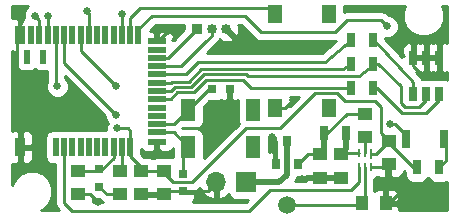
<source format=gtl>
%TF.GenerationSoftware,KiCad,Pcbnew,no-vcs-found-8182369~60~ubuntu16.04.1*%
%TF.CreationDate,2017-09-13T17:00:57+05:30*%
%TF.ProjectId,snap_rev1,736E61705F726576312E6B696361645F,rev?*%
%TF.SameCoordinates,Original*%
%TF.FileFunction,Copper,L1,Top,Signal*%
%TF.FilePolarity,Positive*%
%FSLAX46Y46*%
G04 Gerber Fmt 4.6, Leading zero omitted, Abs format (unit mm)*
G04 Created by KiCad (PCBNEW no-vcs-found-8182369~60~ubuntu16.04.1) date Wed Sep 13 17:00:57 2017*
%MOMM*%
%LPD*%
G01*
G04 APERTURE LIST*
%TA.AperFunction,SMDPad,CuDef*%
%ADD10R,0.750000X1.600000*%
%TD*%
%TA.AperFunction,SMDPad,CuDef*%
%ADD11R,0.280000X0.850000*%
%TD*%
%TA.AperFunction,SMDPad,CuDef*%
%ADD12R,0.280000X0.750000*%
%TD*%
%TA.AperFunction,SMDPad,CuDef*%
%ADD13R,1.250000X1.000000*%
%TD*%
%TA.AperFunction,SMDPad,CuDef*%
%ADD14R,0.700000X1.300000*%
%TD*%
%TA.AperFunction,BGAPad,CuDef*%
%ADD15C,1.500000*%
%TD*%
%TA.AperFunction,ComponentPad*%
%ADD16R,0.850000X0.850000*%
%TD*%
%TA.AperFunction,ComponentPad*%
%ADD17C,0.850000*%
%TD*%
%TA.AperFunction,SMDPad,CuDef*%
%ADD18R,0.800000X0.900000*%
%TD*%
%TA.AperFunction,SMDPad,CuDef*%
%ADD19R,1.300000X1.550000*%
%TD*%
%TA.AperFunction,SMDPad,CuDef*%
%ADD20R,0.500000X1.200000*%
%TD*%
%TA.AperFunction,SMDPad,CuDef*%
%ADD21R,0.900000X1.600000*%
%TD*%
%TA.AperFunction,SMDPad,CuDef*%
%ADD22R,0.500000X1.600000*%
%TD*%
%TA.AperFunction,SMDPad,CuDef*%
%ADD23R,1.600000X0.500000*%
%TD*%
%TA.AperFunction,SMDPad,CuDef*%
%ADD24R,1.300000X1.900000*%
%TD*%
%TA.AperFunction,SMDPad,CuDef*%
%ADD25R,1.000000X1.250000*%
%TD*%
%TA.AperFunction,ComponentPad*%
%ADD26R,1.700000X1.700000*%
%TD*%
%TA.AperFunction,ComponentPad*%
%ADD27O,1.700000X1.700000*%
%TD*%
%TA.AperFunction,SMDPad,CuDef*%
%ADD28R,0.750000X0.800000*%
%TD*%
%TA.AperFunction,SMDPad,CuDef*%
%ADD29R,0.800000X0.750000*%
%TD*%
%TA.AperFunction,ViaPad*%
%ADD30C,0.660400*%
%TD*%
%TA.AperFunction,Conductor*%
%ADD31C,0.250000*%
%TD*%
%TA.AperFunction,Conductor*%
%ADD32C,0.500000*%
%TD*%
%TA.AperFunction,Conductor*%
%ADD33C,0.254000*%
%TD*%
G04 APERTURE END LIST*
D10*
%TO.P,D2,1*%
%TO.N,Net-(D2-Pad1)*%
X79401000Y-59055000D03*
%TO.P,D2,2*%
%TO.N,Net-(D2-Pad2)*%
X82651000Y-59055000D03*
%TD*%
D11*
%TO.P,U1,1*%
%TO.N,VDD*%
X76446000Y-60308000D03*
D12*
%TO.P,U1,2*%
%TO.N,Net-(L3-Pad2)*%
X75946000Y-60258000D03*
%TO.P,U1,3*%
%TO.N,Net-(C3-Pad1)*%
X75446000Y-60258000D03*
%TO.P,U1,4*%
%TO.N,/REG_MODE*%
X75446000Y-61408000D03*
%TO.P,U1,5*%
%TO.N,/VSUB*%
X75946000Y-61408000D03*
%TO.P,U1,6*%
%TO.N,GND*%
X76446000Y-61408000D03*
%TD*%
D13*
%TO.P,C1,1*%
%TO.N,/DEC4*%
X51689000Y-61738000D03*
%TO.P,C1,2*%
%TO.N,GND*%
X51689000Y-63738000D03*
%TD*%
%TO.P,C2,1*%
%TO.N,Net-(C2-Pad1)*%
X72136000Y-60341000D03*
%TO.P,C2,2*%
%TO.N,GND*%
X72136000Y-62341000D03*
%TD*%
%TO.P,C3,2*%
%TO.N,GND*%
X73914000Y-62341000D03*
%TO.P,C3,1*%
%TO.N,Net-(C3-Pad1)*%
X73914000Y-60341000D03*
%TD*%
%TO.P,C4,1*%
%TO.N,VDD*%
X57023000Y-61738000D03*
%TO.P,C4,2*%
%TO.N,GND*%
X57023000Y-63738000D03*
%TD*%
%TO.P,C6,2*%
%TO.N,GND*%
X58928000Y-63738000D03*
%TO.P,C6,1*%
%TO.N,VDD*%
X58928000Y-61738000D03*
%TD*%
%TO.P,C8,1*%
%TO.N,VDD*%
X77978000Y-59198000D03*
%TO.P,C8,2*%
%TO.N,GND*%
X77978000Y-61198000D03*
%TD*%
D14*
%TO.P,D1,1*%
%TO.N,GND*%
X82253000Y-52171000D03*
%TO.P,D1,2*%
X81153000Y-52171000D03*
%TO.P,D1,3*%
X80053000Y-52171000D03*
%TO.P,D1,4*%
%TO.N,Net-(D1-Pad4)*%
X80053000Y-55271000D03*
%TO.P,D1,5*%
%TO.N,/LED_SENSE*%
X81153000Y-55271000D03*
%TO.P,D1,6*%
%TO.N,Net-(D1-Pad6)*%
X82253000Y-55271000D03*
%TD*%
D15*
%TO.P,J1,1*%
%TO.N,/VSUB*%
X69342000Y-64643000D03*
%TD*%
D16*
%TO.P,J2,1*%
%TO.N,/FOCUS*%
X61722000Y-49784000D03*
D17*
%TO.P,J2,2*%
%TO.N,/TRIGGER*%
X62972000Y-49784000D03*
%TO.P,J2,3*%
%TO.N,GND*%
X64222000Y-49784000D03*
%TD*%
D13*
%TO.P,L2,1*%
%TO.N,Net-(L1-Pad2)*%
X55245000Y-63738000D03*
%TO.P,L2,2*%
%TO.N,/DCC*%
X55245000Y-61738000D03*
%TD*%
%TO.P,L3,2*%
%TO.N,Net-(L3-Pad2)*%
X75946000Y-58912000D03*
%TO.P,L3,1*%
%TO.N,Net-(C2-Pad1)*%
X75946000Y-56912000D03*
%TD*%
D18*
%TO.P,Q1,2*%
%TO.N,GND*%
X68392000Y-61198000D03*
%TO.P,Q1,3*%
%TO.N,Net-(C2-Pad1)*%
X70292000Y-61198000D03*
%TO.P,Q1,1*%
%TO.N,/VBAT*%
X69342000Y-59198000D03*
%TD*%
D14*
%TO.P,R1,1*%
%TO.N,Net-(C2-Pad1)*%
X72456000Y-58547000D03*
%TO.P,R1,2*%
%TO.N,Net-(C3-Pad1)*%
X74356000Y-58547000D03*
%TD*%
%TO.P,R2,1*%
%TO.N,/LED_RED*%
X74742000Y-54737000D03*
%TO.P,R2,2*%
%TO.N,Net-(D1-Pad6)*%
X76642000Y-54737000D03*
%TD*%
%TO.P,R3,2*%
%TO.N,/LED_SENSE*%
X76642000Y-52705000D03*
%TO.P,R3,1*%
%TO.N,/LED_GREEN*%
X74742000Y-52705000D03*
%TD*%
%TO.P,R4,1*%
%TO.N,/LED_BLUE*%
X74742000Y-50673000D03*
%TO.P,R4,2*%
%TO.N,Net-(D1-Pad4)*%
X76642000Y-50673000D03*
%TD*%
%TO.P,R5,2*%
%TO.N,Net-(D2-Pad2)*%
X82230000Y-61468000D03*
%TO.P,R5,1*%
%TO.N,VDD*%
X80330000Y-61468000D03*
%TD*%
D19*
%TO.P,SW1,4*%
%TO.N,Net-(SW1-Pad4)*%
X72862000Y-48476000D03*
%TO.P,SW1,2*%
%TO.N,/BUTTON*%
X68362000Y-48476000D03*
%TO.P,SW1,3*%
%TO.N,Net-(SW1-Pad3)*%
X72862000Y-56426000D03*
%TO.P,SW1,1*%
%TO.N,GND*%
X68362000Y-56426000D03*
%TD*%
D20*
%TO.P,U2,41*%
%TO.N,Net-(U2-Pad41)*%
X48720000Y-52100000D03*
%TO.P,U2,40*%
%TO.N,Net-(U2-Pad40)*%
X47320000Y-52100000D03*
D21*
%TO.P,U2,39*%
%TO.N,GND*%
X46770000Y-50250000D03*
D22*
%TO.P,U2,38*%
%TO.N,Net-(U2-Pad38)*%
X47670000Y-50250000D03*
%TO.P,U2,37*%
%TO.N,/SWDIO*%
X48370000Y-50250000D03*
%TO.P,U2,36*%
%TO.N,/SWDCLK*%
X49070000Y-50250000D03*
%TO.P,U2,35*%
%TO.N,/RESET*%
X49770000Y-50250000D03*
%TO.P,U2,34*%
%TO.N,/GPIO2*%
X50470000Y-50250000D03*
%TO.P,U2,33*%
%TO.N,Net-(U2-Pad33)*%
X51170000Y-50250000D03*
%TO.P,U2,32*%
%TO.N,/GPIO1*%
X51870000Y-50250000D03*
%TO.P,U2,31*%
%TO.N,/TX*%
X52570000Y-50250000D03*
%TO.P,U2,30*%
%TO.N,Net-(U2-Pad30)*%
X53270000Y-50250000D03*
%TO.P,U2,29*%
%TO.N,Net-(U2-Pad29)*%
X53970000Y-50250000D03*
%TO.P,U2,28*%
%TO.N,Net-(U2-Pad28)*%
X54670000Y-50250000D03*
%TO.P,U2,27*%
%TO.N,/RX*%
X55370000Y-50250000D03*
%TO.P,U2,26*%
%TO.N,/BUTTON*%
X56070000Y-50250000D03*
%TO.P,U2,25*%
%TO.N,Net-(D2-Pad1)*%
X56770000Y-50250000D03*
D23*
%TO.P,U2,24*%
%TO.N,GND*%
X58320000Y-50800000D03*
%TO.P,U2,23*%
%TO.N,Net-(U2-Pad23)*%
X58320000Y-51500000D03*
%TO.P,U2,22*%
%TO.N,/FOCUS*%
X58320000Y-52200000D03*
%TO.P,U2,21*%
%TO.N,/TRIGGER*%
X58320000Y-52900000D03*
%TO.P,U2,20*%
%TO.N,/LED_BLUE*%
X58320000Y-53600000D03*
%TO.P,U2,19*%
%TO.N,/LED_GREEN*%
X58320000Y-54300000D03*
%TO.P,U2,18*%
%TO.N,/LED_SENSE*%
X58320000Y-55000000D03*
%TO.P,U2,17*%
%TO.N,/LED_RED*%
X58320000Y-55700000D03*
%TO.P,U2,16*%
%TO.N,Net-(U2-Pad16)*%
X58320000Y-56400000D03*
%TO.P,U2,15*%
%TO.N,Net-(U2-Pad15)*%
X58320000Y-57100000D03*
%TO.P,U2,14*%
%TO.N,/LFCLK_XL2*%
X58320000Y-57800000D03*
%TO.P,U2,13*%
%TO.N,/LFCLK_XL1*%
X58320000Y-58500000D03*
D22*
%TO.P,U2,11*%
%TO.N,VDD*%
X56070000Y-59750000D03*
%TO.P,U2,10*%
%TO.N,/DCC*%
X55370000Y-59750000D03*
%TO.P,U2,9*%
%TO.N,/DEC4*%
X54670000Y-59750000D03*
%TO.P,U2,8*%
%TO.N,Net-(U2-Pad8)*%
X53970000Y-59750000D03*
%TO.P,U2,7*%
%TO.N,Net-(U2-Pad7)*%
X53270000Y-59750000D03*
%TO.P,U2,6*%
%TO.N,Net-(U2-Pad6)*%
X52570000Y-59750000D03*
%TO.P,U2,5*%
%TO.N,Net-(U2-Pad5)*%
X51870000Y-59750000D03*
%TO.P,U2,4*%
%TO.N,Net-(U2-Pad4)*%
X51170000Y-59750000D03*
%TO.P,U2,3*%
%TO.N,/REG_MODE*%
X50470000Y-59750000D03*
D21*
%TO.P,U2,1*%
%TO.N,GND*%
X46770000Y-59750000D03*
D22*
%TO.P,U2,2*%
%TO.N,Net-(U2-Pad2)*%
X49770000Y-59750000D03*
D23*
%TO.P,U2,12*%
%TO.N,GND*%
X58320000Y-59300000D03*
%TD*%
D24*
%TO.P,X1,2*%
%TO.N,/LFCLK_XL2*%
X61004000Y-56566000D03*
%TO.P,X1,1*%
%TO.N,/LFCLK_XL1*%
X61004000Y-59766000D03*
%TO.P,X1,3*%
%TO.N,Net-(X1-Pad3)*%
X66504000Y-59766000D03*
%TO.P,X1,*%
%TO.N,*%
X66504000Y-56566000D03*
%TD*%
D25*
%TO.P,C9,1*%
%TO.N,/VSUB*%
X75708000Y-64516000D03*
%TO.P,C9,2*%
%TO.N,GND*%
X77708000Y-64516000D03*
%TD*%
D26*
%TO.P,BT1,1*%
%TO.N,/VBAT*%
X65913000Y-62738000D03*
D27*
%TO.P,BT1,2*%
%TO.N,GND*%
X63373000Y-62738000D03*
%TD*%
D28*
%TO.P,C5,1*%
%TO.N,/LFCLK_XL1*%
X60579000Y-61988000D03*
%TO.P,C5,2*%
%TO.N,GND*%
X60579000Y-63488000D03*
%TD*%
D29*
%TO.P,C7,2*%
%TO.N,GND*%
X64504000Y-54864000D03*
%TO.P,C7,1*%
%TO.N,/LFCLK_XL2*%
X63004000Y-54864000D03*
%TD*%
D28*
%TO.P,L1,2*%
%TO.N,Net-(L1-Pad2)*%
X53467000Y-63107000D03*
%TO.P,L1,1*%
%TO.N,/DEC4*%
X53467000Y-61607000D03*
%TD*%
D30*
%TO.N,GND*%
X59309000Y-49911000D03*
X80899000Y-53721000D03*
X79375000Y-63119000D03*
X70612000Y-62484000D03*
X64516000Y-56515000D03*
X69850000Y-55753000D03*
X68072000Y-58928000D03*
X53340000Y-64389000D03*
X58928000Y-60452000D03*
X46736000Y-48641000D03*
X46863000Y-61341000D03*
%TO.N,VDD*%
X54991000Y-58166000D03*
%TO.N,/SWDCLK*%
X49149000Y-48641000D03*
%TO.N,Net-(D2-Pad1)*%
X78105000Y-57785000D03*
X77851000Y-49530000D03*
%TO.N,/TX*%
X52451000Y-48260000D03*
%TO.N,/RX*%
X55372000Y-48514000D03*
%TO.N,/SWDIO*%
X48006000Y-48641000D03*
%TO.N,/RESET*%
X49911000Y-54610000D03*
%TO.N,/GPIO1*%
X54864000Y-54610000D03*
%TO.N,/GPIO2*%
X54864000Y-57023000D03*
%TD*%
D31*
%TO.N,GND*%
X58420000Y-50800000D02*
X59309000Y-49911000D01*
X80053000Y-52171000D02*
X80053000Y-52875000D01*
X80053000Y-52875000D02*
X80899000Y-53721000D01*
X79375000Y-63119000D02*
X77978000Y-64516000D01*
X77978000Y-64516000D02*
X77708000Y-64516000D01*
X80053000Y-52171000D02*
X81153000Y-52171000D01*
X81153000Y-52171000D02*
X82253000Y-52171000D01*
X77708000Y-64516000D02*
X77708000Y-61468000D01*
X77708000Y-61468000D02*
X77978000Y-61198000D01*
X76446000Y-61408000D02*
X77768000Y-61408000D01*
X77768000Y-61408000D02*
X77978000Y-61198000D01*
X71993000Y-62484000D02*
X70612000Y-62484000D01*
X73914000Y-62341000D02*
X72136000Y-62341000D01*
X72136000Y-62341000D02*
X71993000Y-62484000D01*
X64504000Y-56503000D02*
X64516000Y-56515000D01*
X64504000Y-54864000D02*
X64504000Y-56503000D01*
X69177000Y-56426000D02*
X68362000Y-56426000D01*
X69177000Y-56426000D02*
X69850000Y-55753000D01*
X68392000Y-61198000D02*
X68392000Y-59248000D01*
X68392000Y-59248000D02*
X68072000Y-58928000D01*
X52689000Y-63738000D02*
X53340000Y-64389000D01*
X51689000Y-63738000D02*
X52689000Y-63738000D01*
X58320000Y-59300000D02*
X58320000Y-59844000D01*
X58320000Y-59844000D02*
X58928000Y-60452000D01*
X46770000Y-59750000D02*
X46770000Y-54009000D01*
X46482000Y-53721000D02*
X46482000Y-50538000D01*
X46770000Y-54009000D02*
X46482000Y-53721000D01*
X46482000Y-50538000D02*
X46770000Y-50250000D01*
X60579000Y-63488000D02*
X62623000Y-63488000D01*
X62623000Y-63488000D02*
X63373000Y-62738000D01*
X57023000Y-63738000D02*
X58928000Y-63738000D01*
X58928000Y-63738000D02*
X59178000Y-63488000D01*
X59178000Y-63488000D02*
X60579000Y-63488000D01*
X46770000Y-50250000D02*
X46770000Y-48675000D01*
X46770000Y-48675000D02*
X46736000Y-48641000D01*
X58320000Y-50800000D02*
X58420000Y-50800000D01*
X46770000Y-59750000D02*
X46770000Y-61248000D01*
X46770000Y-61248000D02*
X46863000Y-61341000D01*
%TO.N,/DEC4*%
X51689000Y-61738000D02*
X53336000Y-61738000D01*
X53336000Y-61738000D02*
X53467000Y-61607000D01*
X54670000Y-59750000D02*
X54670000Y-60646000D01*
X54670000Y-60646000D02*
X53709000Y-61607000D01*
X53709000Y-61607000D02*
X53467000Y-61607000D01*
X53578000Y-61738000D02*
X53467000Y-61738000D01*
%TO.N,Net-(C2-Pad1)*%
X72136000Y-60341000D02*
X71149000Y-60341000D01*
X71149000Y-60341000D02*
X70292000Y-61198000D01*
X75946000Y-56912000D02*
X74406000Y-56912000D01*
X74406000Y-56912000D02*
X72771000Y-58547000D01*
X72771000Y-58547000D02*
X72456000Y-58547000D01*
D32*
X72456000Y-58547000D02*
X72456000Y-60021000D01*
X72456000Y-60021000D02*
X72136000Y-60341000D01*
X72041000Y-60436000D02*
X72136000Y-60341000D01*
D31*
%TO.N,Net-(C3-Pad1)*%
X75446000Y-60258000D02*
X73997000Y-60258000D01*
X73997000Y-60258000D02*
X73914000Y-60341000D01*
D32*
X74356000Y-58547000D02*
X74356000Y-59899000D01*
X74356000Y-59899000D02*
X73914000Y-60341000D01*
D31*
%TO.N,VDD*%
X80330000Y-61468000D02*
X80010000Y-61468000D01*
X80010000Y-61468000D02*
X77978000Y-59436000D01*
X77978000Y-59436000D02*
X77978000Y-59198000D01*
X56070000Y-59750000D02*
X56070000Y-58356000D01*
X55880000Y-58166000D02*
X54991000Y-58166000D01*
X56070000Y-58356000D02*
X55880000Y-58166000D01*
%TO.N,/LFCLK_XL2*%
X63004000Y-54864000D02*
X62706000Y-54864000D01*
X62706000Y-54864000D02*
X61004000Y-56566000D01*
%TO.N,Net-(D2-Pad2)*%
X82778000Y-59055000D02*
X82778000Y-60920000D01*
X82778000Y-60920000D02*
X82230000Y-61468000D01*
%TO.N,/SWDCLK*%
X49070000Y-48720000D02*
X49070000Y-50250000D01*
X49149000Y-48641000D02*
X49070000Y-48720000D01*
%TO.N,VDD*%
X66294000Y-58166000D02*
X68775802Y-58166000D01*
X59690000Y-62738000D02*
X61341000Y-62738000D01*
X61341000Y-62738000D02*
X65913000Y-58166000D01*
X65913000Y-58166000D02*
X66294000Y-58166000D01*
X58928000Y-61976000D02*
X59690000Y-62738000D01*
X77343000Y-58563000D02*
X77978000Y-59198000D01*
X77343000Y-56388000D02*
X77343000Y-58563000D01*
X76835000Y-55880000D02*
X77343000Y-56388000D01*
X74295000Y-55880000D02*
X76835000Y-55880000D01*
X73601802Y-55186802D02*
X74295000Y-55880000D01*
X71755000Y-55186802D02*
X73601802Y-55186802D01*
X68775802Y-58166000D02*
X71755000Y-55186802D01*
X58928000Y-61738000D02*
X58928000Y-61976000D01*
X57023000Y-61738000D02*
X58928000Y-61738000D01*
X56070000Y-59750000D02*
X56070000Y-60515000D01*
X56070000Y-60515000D02*
X57023000Y-61468000D01*
X57023000Y-61468000D02*
X57023000Y-61738000D01*
X76446000Y-60308000D02*
X76868000Y-60308000D01*
X76868000Y-60308000D02*
X77978000Y-59198000D01*
%TO.N,/LFCLK_XL1*%
X60579000Y-61738000D02*
X60579000Y-60191000D01*
X60579000Y-60191000D02*
X61004000Y-59766000D01*
X58320000Y-58500000D02*
X59738000Y-58500000D01*
X59738000Y-58500000D02*
X61004000Y-59766000D01*
%TO.N,/LFCLK_XL2*%
X58320000Y-57800000D02*
X59770000Y-57800000D01*
X59770000Y-57800000D02*
X61004000Y-56566000D01*
%TO.N,Net-(D1-Pad4)*%
X76642000Y-50673000D02*
X76708000Y-50673000D01*
X76708000Y-50673000D02*
X80053000Y-54272000D01*
X80053000Y-54272000D02*
X80053000Y-55271000D01*
%TO.N,/LED_SENSE*%
X76642000Y-52705000D02*
X77089000Y-52705000D01*
X80518000Y-56388000D02*
X81153000Y-55753000D01*
X79375000Y-56388000D02*
X80518000Y-56388000D01*
X78994000Y-56007000D02*
X79375000Y-56388000D01*
X78994000Y-54610000D02*
X78994000Y-56007000D01*
X77089000Y-52705000D02*
X78994000Y-54610000D01*
X81153000Y-55753000D02*
X81153000Y-55271000D01*
X58320000Y-55000000D02*
X59552884Y-55000000D01*
X66040000Y-53721000D02*
X65913000Y-53594000D01*
X65913000Y-53594000D02*
X62288198Y-53594000D01*
X62288198Y-53594000D02*
X61214000Y-54668198D01*
X61214000Y-54668198D02*
X60579000Y-54668198D01*
X75438000Y-53721000D02*
X76642000Y-52771000D01*
X75438000Y-53721000D02*
X73279000Y-53721000D01*
X73279000Y-53721000D02*
X66040000Y-53721000D01*
X59884686Y-54668198D02*
X60579000Y-54668198D01*
X59552884Y-55000000D02*
X59884686Y-54668198D01*
X76642000Y-52705000D02*
X76642000Y-52771000D01*
%TO.N,Net-(D1-Pad6)*%
X82253000Y-55271000D02*
X82253000Y-55796000D01*
X82253000Y-55796000D02*
X81153000Y-56896000D01*
X81153000Y-56896000D02*
X79121000Y-56896000D01*
X79121000Y-56896000D02*
X76962000Y-54737000D01*
X76962000Y-54737000D02*
X76642000Y-54737000D01*
%TO.N,Net-(D2-Pad1)*%
X79528000Y-59055000D02*
X79528000Y-58827000D01*
X79528000Y-58827000D02*
X78486000Y-57785000D01*
X78486000Y-57785000D02*
X78105000Y-57785000D01*
X77851000Y-49530000D02*
X77343000Y-49022000D01*
X77343000Y-49022000D02*
X75311000Y-49022000D01*
X56770000Y-50250000D02*
X56770000Y-49783000D01*
X56770000Y-49783000D02*
X57912000Y-48641000D01*
X57912000Y-48641000D02*
X65786000Y-48641000D01*
X65786000Y-48641000D02*
X67183000Y-50038000D01*
X67183000Y-50038000D02*
X73406000Y-50038000D01*
X73406000Y-50038000D02*
X74422000Y-49022000D01*
X74422000Y-49022000D02*
X75311000Y-49022000D01*
%TO.N,/FOCUS*%
X58320000Y-52200000D02*
X59306000Y-52200000D01*
X59306000Y-52200000D02*
X61722000Y-49784000D01*
%TO.N,/TRIGGER*%
X62972000Y-49784000D02*
X62972000Y-50312000D01*
X60384000Y-52900000D02*
X62484000Y-50800000D01*
X60384000Y-52900000D02*
X58320000Y-52900000D01*
X62972000Y-50312000D02*
X62484000Y-50800000D01*
%TO.N,Net-(L1-Pad2)*%
X55245000Y-63738000D02*
X54098000Y-63738000D01*
X54098000Y-63738000D02*
X53467000Y-63107000D01*
%TO.N,/DCC*%
X55370000Y-59750000D02*
X55370000Y-61613000D01*
X55370000Y-61613000D02*
X55245000Y-61738000D01*
%TO.N,Net-(L3-Pad2)*%
X75946000Y-60258000D02*
X75946000Y-58912000D01*
%TO.N,/TX*%
X52570000Y-48379000D02*
X52570000Y-50250000D01*
X52451000Y-48260000D02*
X52570000Y-48379000D01*
%TO.N,/RX*%
X55370000Y-50250000D02*
X55370000Y-48516000D01*
X55370000Y-48516000D02*
X55372000Y-48514000D01*
%TO.N,/SWDIO*%
X48370000Y-50250000D02*
X48370000Y-49005000D01*
X48370000Y-49005000D02*
X48006000Y-48641000D01*
%TO.N,/RESET*%
X49770000Y-50250000D02*
X49770000Y-54469000D01*
X49770000Y-54469000D02*
X49911000Y-54610000D01*
%TO.N,/GPIO1*%
X51870000Y-50250000D02*
X51870000Y-51616000D01*
X51870000Y-51616000D02*
X54864000Y-54610000D01*
%TO.N,/GPIO2*%
X50470000Y-50250000D02*
X50470000Y-52629000D01*
X50470000Y-52629000D02*
X54864000Y-57023000D01*
%TO.N,/LED_RED*%
X74742000Y-54737000D02*
X66294000Y-54737000D01*
X59489000Y-55700000D02*
X58320000Y-55700000D01*
X60071000Y-55118000D02*
X61468000Y-55118000D01*
X59489000Y-55700000D02*
X60071000Y-55118000D01*
X62484000Y-54102000D02*
X61468000Y-55118000D01*
X65659000Y-54102000D02*
X62484000Y-54102000D01*
X66294000Y-54737000D02*
X65659000Y-54102000D01*
%TO.N,/LED_GREEN*%
X62484000Y-53144198D02*
X74048802Y-53144198D01*
X59516488Y-54300000D02*
X59598092Y-54218396D01*
X59598092Y-54218396D02*
X61027686Y-54218396D01*
X61027686Y-54218396D02*
X62101884Y-53144198D01*
X62101884Y-53144198D02*
X62484000Y-53144198D01*
X58320000Y-54300000D02*
X59516488Y-54300000D01*
X74048802Y-53144198D02*
X74742000Y-52705000D01*
%TO.N,/LED_BLUE*%
X58320000Y-53600000D02*
X60827000Y-53600000D01*
X72583000Y-52578000D02*
X74742000Y-50673000D01*
X61849000Y-52578000D02*
X72583000Y-52578000D01*
X60827000Y-53600000D02*
X61849000Y-52578000D01*
X74550942Y-50864058D02*
X74742000Y-50673000D01*
%TO.N,/REG_MODE*%
X66421000Y-64897000D02*
X66167000Y-65151000D01*
X74803000Y-63373000D02*
X75446000Y-62730000D01*
X75446000Y-61408000D02*
X75446000Y-62730000D01*
X50470000Y-64440000D02*
X50470000Y-59750000D01*
X67945000Y-63373000D02*
X71882000Y-63373000D01*
X66421000Y-64897000D02*
X67945000Y-63373000D01*
X50470000Y-64440000D02*
X50927000Y-64897000D01*
X71882000Y-63373000D02*
X74803000Y-63373000D01*
X51181000Y-65151000D02*
X50927000Y-64897000D01*
X66167000Y-65151000D02*
X51181000Y-65151000D01*
%TO.N,/VSUB*%
X69342000Y-64643000D02*
X75581000Y-64643000D01*
X75581000Y-64643000D02*
X75708000Y-64516000D01*
X75946000Y-61408000D02*
X75946000Y-64278000D01*
X75946000Y-64278000D02*
X75708000Y-64516000D01*
D32*
%TO.N,/VBAT*%
X65913000Y-62738000D02*
X68707000Y-62738000D01*
X69342000Y-62103000D02*
X69342000Y-59198000D01*
X68707000Y-62738000D02*
X69342000Y-62103000D01*
D31*
%TO.N,/BUTTON*%
X56070000Y-50250000D02*
X56070000Y-48832000D01*
X56896000Y-48006000D02*
X67892000Y-48006000D01*
X56070000Y-48832000D02*
X56896000Y-48006000D01*
X67892000Y-48006000D02*
X68362000Y-48476000D01*
%TD*%
D33*
%TO.N,GND*%
G36*
X46193690Y-51685000D02*
X46422560Y-51685000D01*
X46422560Y-52700000D01*
X46471843Y-52947765D01*
X46612191Y-53157809D01*
X46822235Y-53298157D01*
X47070000Y-53347440D01*
X47570000Y-53347440D01*
X47817765Y-53298157D01*
X48020000Y-53163027D01*
X48222235Y-53298157D01*
X48470000Y-53347440D01*
X48970000Y-53347440D01*
X49010000Y-53339484D01*
X49010000Y-54262962D01*
X48945968Y-54417168D01*
X48945633Y-54801148D01*
X49092266Y-55156027D01*
X49363544Y-55427779D01*
X49718168Y-55575032D01*
X50102148Y-55575367D01*
X50457027Y-55428734D01*
X50728779Y-55157456D01*
X50876032Y-54802832D01*
X50876367Y-54418852D01*
X50729734Y-54063973D01*
X50530000Y-53863890D01*
X50530000Y-53763802D01*
X53898704Y-57132506D01*
X53898633Y-57214148D01*
X54045266Y-57569027D01*
X54150153Y-57674097D01*
X54025968Y-57973168D01*
X54025681Y-58302560D01*
X53720000Y-58302560D01*
X53620000Y-58322451D01*
X53520000Y-58302560D01*
X53020000Y-58302560D01*
X52920000Y-58322451D01*
X52820000Y-58302560D01*
X52320000Y-58302560D01*
X52220000Y-58322451D01*
X52120000Y-58302560D01*
X51620000Y-58302560D01*
X51520000Y-58322451D01*
X51420000Y-58302560D01*
X50920000Y-58302560D01*
X50820000Y-58322451D01*
X50720000Y-58302560D01*
X50220000Y-58302560D01*
X50120000Y-58322451D01*
X50020000Y-58302560D01*
X49520000Y-58302560D01*
X49272235Y-58351843D01*
X49062191Y-58492191D01*
X48921843Y-58702235D01*
X48872560Y-58950000D01*
X48872560Y-60550000D01*
X48921843Y-60797765D01*
X49062191Y-61007809D01*
X49272235Y-61148157D01*
X49520000Y-61197440D01*
X49710000Y-61197440D01*
X49710000Y-64440000D01*
X49767852Y-64730839D01*
X49932599Y-64977401D01*
X50031198Y-65076000D01*
X48481136Y-65076000D01*
X48733515Y-64971719D01*
X49222004Y-64484082D01*
X49486699Y-63846627D01*
X49487301Y-63156401D01*
X49223719Y-62518485D01*
X48736082Y-62029996D01*
X48098627Y-61765301D01*
X47408401Y-61764699D01*
X46770485Y-62028281D01*
X46281996Y-62515918D01*
X46101000Y-62951804D01*
X46101000Y-61146607D01*
X46193690Y-61185000D01*
X46484250Y-61185000D01*
X46643000Y-61026250D01*
X46643000Y-59877000D01*
X46897000Y-59877000D01*
X46897000Y-61026250D01*
X47055750Y-61185000D01*
X47346310Y-61185000D01*
X47579699Y-61088327D01*
X47758327Y-60909698D01*
X47855000Y-60676309D01*
X47855000Y-60035750D01*
X47696250Y-59877000D01*
X46897000Y-59877000D01*
X46643000Y-59877000D01*
X46623000Y-59877000D01*
X46623000Y-59623000D01*
X46643000Y-59623000D01*
X46643000Y-58473750D01*
X46897000Y-58473750D01*
X46897000Y-59623000D01*
X47696250Y-59623000D01*
X47855000Y-59464250D01*
X47855000Y-58823691D01*
X47758327Y-58590302D01*
X47579699Y-58411673D01*
X47346310Y-58315000D01*
X47055750Y-58315000D01*
X46897000Y-58473750D01*
X46643000Y-58473750D01*
X46484250Y-58315000D01*
X46193690Y-58315000D01*
X46101000Y-58353393D01*
X46101000Y-51646607D01*
X46193690Y-51685000D01*
X46193690Y-51685000D01*
G37*
X46193690Y-51685000D02*
X46422560Y-51685000D01*
X46422560Y-52700000D01*
X46471843Y-52947765D01*
X46612191Y-53157809D01*
X46822235Y-53298157D01*
X47070000Y-53347440D01*
X47570000Y-53347440D01*
X47817765Y-53298157D01*
X48020000Y-53163027D01*
X48222235Y-53298157D01*
X48470000Y-53347440D01*
X48970000Y-53347440D01*
X49010000Y-53339484D01*
X49010000Y-54262962D01*
X48945968Y-54417168D01*
X48945633Y-54801148D01*
X49092266Y-55156027D01*
X49363544Y-55427779D01*
X49718168Y-55575032D01*
X50102148Y-55575367D01*
X50457027Y-55428734D01*
X50728779Y-55157456D01*
X50876032Y-54802832D01*
X50876367Y-54418852D01*
X50729734Y-54063973D01*
X50530000Y-53863890D01*
X50530000Y-53763802D01*
X53898704Y-57132506D01*
X53898633Y-57214148D01*
X54045266Y-57569027D01*
X54150153Y-57674097D01*
X54025968Y-57973168D01*
X54025681Y-58302560D01*
X53720000Y-58302560D01*
X53620000Y-58322451D01*
X53520000Y-58302560D01*
X53020000Y-58302560D01*
X52920000Y-58322451D01*
X52820000Y-58302560D01*
X52320000Y-58302560D01*
X52220000Y-58322451D01*
X52120000Y-58302560D01*
X51620000Y-58302560D01*
X51520000Y-58322451D01*
X51420000Y-58302560D01*
X50920000Y-58302560D01*
X50820000Y-58322451D01*
X50720000Y-58302560D01*
X50220000Y-58302560D01*
X50120000Y-58322451D01*
X50020000Y-58302560D01*
X49520000Y-58302560D01*
X49272235Y-58351843D01*
X49062191Y-58492191D01*
X48921843Y-58702235D01*
X48872560Y-58950000D01*
X48872560Y-60550000D01*
X48921843Y-60797765D01*
X49062191Y-61007809D01*
X49272235Y-61148157D01*
X49520000Y-61197440D01*
X49710000Y-61197440D01*
X49710000Y-64440000D01*
X49767852Y-64730839D01*
X49932599Y-64977401D01*
X50031198Y-65076000D01*
X48481136Y-65076000D01*
X48733515Y-64971719D01*
X49222004Y-64484082D01*
X49486699Y-63846627D01*
X49487301Y-63156401D01*
X49223719Y-62518485D01*
X48736082Y-62029996D01*
X48098627Y-61765301D01*
X47408401Y-61764699D01*
X46770485Y-62028281D01*
X46281996Y-62515918D01*
X46101000Y-62951804D01*
X46101000Y-61146607D01*
X46193690Y-61185000D01*
X46484250Y-61185000D01*
X46643000Y-61026250D01*
X46643000Y-59877000D01*
X46897000Y-59877000D01*
X46897000Y-61026250D01*
X47055750Y-61185000D01*
X47346310Y-61185000D01*
X47579699Y-61088327D01*
X47758327Y-60909698D01*
X47855000Y-60676309D01*
X47855000Y-60035750D01*
X47696250Y-59877000D01*
X46897000Y-59877000D01*
X46643000Y-59877000D01*
X46623000Y-59877000D01*
X46623000Y-59623000D01*
X46643000Y-59623000D01*
X46643000Y-58473750D01*
X46897000Y-58473750D01*
X46897000Y-59623000D01*
X47696250Y-59623000D01*
X47855000Y-59464250D01*
X47855000Y-58823691D01*
X47758327Y-58590302D01*
X47579699Y-58411673D01*
X47346310Y-58315000D01*
X47055750Y-58315000D01*
X46897000Y-58473750D01*
X46643000Y-58473750D01*
X46484250Y-58315000D01*
X46193690Y-58315000D01*
X46101000Y-58353393D01*
X46101000Y-51646607D01*
X46193690Y-51685000D01*
G36*
X78105000Y-61071000D02*
X78125000Y-61071000D01*
X78125000Y-61325000D01*
X78105000Y-61325000D01*
X78105000Y-62174250D01*
X78263750Y-62333000D01*
X78729310Y-62333000D01*
X78962699Y-62236327D01*
X79141327Y-62057698D01*
X79238000Y-61824309D01*
X79238000Y-61770802D01*
X79332560Y-61865362D01*
X79332560Y-62118000D01*
X79381843Y-62365765D01*
X79522191Y-62575809D01*
X79732235Y-62716157D01*
X79980000Y-62765440D01*
X80680000Y-62765440D01*
X80927765Y-62716157D01*
X81137809Y-62575809D01*
X81278157Y-62365765D01*
X81280000Y-62356500D01*
X81281843Y-62365765D01*
X81422191Y-62575809D01*
X81632235Y-62716157D01*
X81880000Y-62765440D01*
X82580000Y-62765440D01*
X82827765Y-62716157D01*
X82856000Y-62697291D01*
X82856000Y-65076000D01*
X78843000Y-65076000D01*
X78843000Y-64801750D01*
X78684250Y-64643000D01*
X77835000Y-64643000D01*
X77835000Y-64663000D01*
X77581000Y-64663000D01*
X77581000Y-64643000D01*
X77561000Y-64643000D01*
X77561000Y-64389000D01*
X77581000Y-64389000D01*
X77581000Y-63414750D01*
X77835000Y-63414750D01*
X77835000Y-64389000D01*
X78684250Y-64389000D01*
X78843000Y-64230250D01*
X78843000Y-63764690D01*
X78746327Y-63531301D01*
X78567698Y-63352673D01*
X78334309Y-63256000D01*
X77993750Y-63256000D01*
X77835000Y-63414750D01*
X77581000Y-63414750D01*
X77422250Y-63256000D01*
X77081691Y-63256000D01*
X76848302Y-63352673D01*
X76706654Y-63494320D01*
X76706000Y-63493341D01*
X76706000Y-62418000D01*
X76712309Y-62418000D01*
X76945698Y-62321327D01*
X77019745Y-62247280D01*
X77226690Y-62333000D01*
X77692250Y-62333000D01*
X77851000Y-62174250D01*
X77851000Y-61325000D01*
X77831000Y-61325000D01*
X77831000Y-61071000D01*
X77851000Y-61071000D01*
X77851000Y-61051000D01*
X78105000Y-61051000D01*
X78105000Y-61071000D01*
X78105000Y-61071000D01*
G37*
X78105000Y-61071000D02*
X78125000Y-61071000D01*
X78125000Y-61325000D01*
X78105000Y-61325000D01*
X78105000Y-62174250D01*
X78263750Y-62333000D01*
X78729310Y-62333000D01*
X78962699Y-62236327D01*
X79141327Y-62057698D01*
X79238000Y-61824309D01*
X79238000Y-61770802D01*
X79332560Y-61865362D01*
X79332560Y-62118000D01*
X79381843Y-62365765D01*
X79522191Y-62575809D01*
X79732235Y-62716157D01*
X79980000Y-62765440D01*
X80680000Y-62765440D01*
X80927765Y-62716157D01*
X81137809Y-62575809D01*
X81278157Y-62365765D01*
X81280000Y-62356500D01*
X81281843Y-62365765D01*
X81422191Y-62575809D01*
X81632235Y-62716157D01*
X81880000Y-62765440D01*
X82580000Y-62765440D01*
X82827765Y-62716157D01*
X82856000Y-62697291D01*
X82856000Y-65076000D01*
X78843000Y-65076000D01*
X78843000Y-64801750D01*
X78684250Y-64643000D01*
X77835000Y-64643000D01*
X77835000Y-64663000D01*
X77581000Y-64663000D01*
X77581000Y-64643000D01*
X77561000Y-64643000D01*
X77561000Y-64389000D01*
X77581000Y-64389000D01*
X77581000Y-63414750D01*
X77835000Y-63414750D01*
X77835000Y-64389000D01*
X78684250Y-64389000D01*
X78843000Y-64230250D01*
X78843000Y-63764690D01*
X78746327Y-63531301D01*
X78567698Y-63352673D01*
X78334309Y-63256000D01*
X77993750Y-63256000D01*
X77835000Y-63414750D01*
X77581000Y-63414750D01*
X77422250Y-63256000D01*
X77081691Y-63256000D01*
X76848302Y-63352673D01*
X76706654Y-63494320D01*
X76706000Y-63493341D01*
X76706000Y-62418000D01*
X76712309Y-62418000D01*
X76945698Y-62321327D01*
X77019745Y-62247280D01*
X77226690Y-62333000D01*
X77692250Y-62333000D01*
X77851000Y-62174250D01*
X77851000Y-61325000D01*
X77831000Y-61325000D01*
X77831000Y-61071000D01*
X77851000Y-61071000D01*
X77851000Y-61051000D01*
X78105000Y-61051000D01*
X78105000Y-61071000D01*
G36*
X53092000Y-64154440D02*
X53439638Y-64154440D01*
X53560599Y-64275401D01*
X53733606Y-64391000D01*
X52937944Y-64391000D01*
X52949000Y-64364309D01*
X52949000Y-64125996D01*
X53092000Y-64154440D01*
X53092000Y-64154440D01*
G37*
X53092000Y-64154440D02*
X53439638Y-64154440D01*
X53560599Y-64275401D01*
X53733606Y-64391000D01*
X52937944Y-64391000D01*
X52949000Y-64364309D01*
X52949000Y-64125996D01*
X53092000Y-64154440D01*
G36*
X63500000Y-62611000D02*
X63520000Y-62611000D01*
X63520000Y-62865000D01*
X63500000Y-62865000D01*
X63500000Y-64058155D01*
X63729890Y-64179476D01*
X64139924Y-64009645D01*
X64444261Y-63732292D01*
X64464843Y-63835765D01*
X64605191Y-64045809D01*
X64815235Y-64186157D01*
X65063000Y-64235440D01*
X66007758Y-64235440D01*
X65852198Y-64391000D01*
X61349026Y-64391000D01*
X61492327Y-64247698D01*
X61589000Y-64014309D01*
X61589000Y-63773750D01*
X61430250Y-63615000D01*
X60706000Y-63615000D01*
X60706000Y-63635000D01*
X60452000Y-63635000D01*
X60452000Y-63615000D01*
X60432000Y-63615000D01*
X60432000Y-63498000D01*
X61341000Y-63498000D01*
X61631839Y-63440148D01*
X61878401Y-63275401D01*
X61972224Y-63181578D01*
X62177817Y-63619358D01*
X62606076Y-64009645D01*
X63016110Y-64179476D01*
X63246000Y-64058155D01*
X63246000Y-62865000D01*
X63226000Y-62865000D01*
X63226000Y-62611000D01*
X63246000Y-62611000D01*
X63246000Y-62591000D01*
X63500000Y-62591000D01*
X63500000Y-62611000D01*
X63500000Y-62611000D01*
G37*
X63500000Y-62611000D02*
X63520000Y-62611000D01*
X63520000Y-62865000D01*
X63500000Y-62865000D01*
X63500000Y-64058155D01*
X63729890Y-64179476D01*
X64139924Y-64009645D01*
X64444261Y-63732292D01*
X64464843Y-63835765D01*
X64605191Y-64045809D01*
X64815235Y-64186157D01*
X65063000Y-64235440D01*
X66007758Y-64235440D01*
X65852198Y-64391000D01*
X61349026Y-64391000D01*
X61492327Y-64247698D01*
X61589000Y-64014309D01*
X61589000Y-63773750D01*
X61430250Y-63615000D01*
X60706000Y-63615000D01*
X60706000Y-63635000D01*
X60452000Y-63635000D01*
X60452000Y-63615000D01*
X60432000Y-63615000D01*
X60432000Y-63498000D01*
X61341000Y-63498000D01*
X61631839Y-63440148D01*
X61878401Y-63275401D01*
X61972224Y-63181578D01*
X62177817Y-63619358D01*
X62606076Y-64009645D01*
X63016110Y-64179476D01*
X63246000Y-64058155D01*
X63246000Y-62865000D01*
X63226000Y-62865000D01*
X63226000Y-62611000D01*
X63246000Y-62611000D01*
X63246000Y-62591000D01*
X63500000Y-62591000D01*
X63500000Y-62611000D01*
G36*
X51816000Y-63611000D02*
X51836000Y-63611000D01*
X51836000Y-63865000D01*
X51816000Y-63865000D01*
X51816000Y-63885000D01*
X51562000Y-63885000D01*
X51562000Y-63865000D01*
X51542000Y-63865000D01*
X51542000Y-63611000D01*
X51562000Y-63611000D01*
X51562000Y-63591000D01*
X51816000Y-63591000D01*
X51816000Y-63611000D01*
X51816000Y-63611000D01*
G37*
X51816000Y-63611000D02*
X51836000Y-63611000D01*
X51836000Y-63865000D01*
X51816000Y-63865000D01*
X51816000Y-63885000D01*
X51562000Y-63885000D01*
X51562000Y-63865000D01*
X51542000Y-63865000D01*
X51542000Y-63611000D01*
X51562000Y-63611000D01*
X51562000Y-63591000D01*
X51816000Y-63591000D01*
X51816000Y-63611000D01*
G36*
X57150000Y-63611000D02*
X58801000Y-63611000D01*
X58801000Y-63591000D01*
X59055000Y-63591000D01*
X59055000Y-63611000D01*
X59075000Y-63611000D01*
X59075000Y-63865000D01*
X59055000Y-63865000D01*
X59055000Y-63885000D01*
X58801000Y-63885000D01*
X58801000Y-63865000D01*
X57150000Y-63865000D01*
X57150000Y-63885000D01*
X56896000Y-63885000D01*
X56896000Y-63865000D01*
X56876000Y-63865000D01*
X56876000Y-63611000D01*
X56896000Y-63611000D01*
X56896000Y-63591000D01*
X57150000Y-63591000D01*
X57150000Y-63611000D01*
X57150000Y-63611000D01*
G37*
X57150000Y-63611000D02*
X58801000Y-63611000D01*
X58801000Y-63591000D01*
X59055000Y-63591000D01*
X59055000Y-63611000D01*
X59075000Y-63611000D01*
X59075000Y-63865000D01*
X59055000Y-63865000D01*
X59055000Y-63885000D01*
X58801000Y-63885000D01*
X58801000Y-63865000D01*
X57150000Y-63865000D01*
X57150000Y-63885000D01*
X56896000Y-63885000D01*
X56896000Y-63865000D01*
X56876000Y-63865000D01*
X56876000Y-63611000D01*
X56896000Y-63611000D01*
X56896000Y-63591000D01*
X57150000Y-63591000D01*
X57150000Y-63611000D01*
G36*
X72263000Y-62214000D02*
X73787000Y-62214000D01*
X73787000Y-62194000D01*
X74041000Y-62194000D01*
X74041000Y-62214000D01*
X74061000Y-62214000D01*
X74061000Y-62468000D01*
X74041000Y-62468000D01*
X74041000Y-62488000D01*
X73787000Y-62488000D01*
X73787000Y-62468000D01*
X72263000Y-62468000D01*
X72263000Y-62488000D01*
X72009000Y-62488000D01*
X72009000Y-62468000D01*
X71034750Y-62468000D01*
X70889750Y-62613000D01*
X70045158Y-62613000D01*
X70095975Y-62536946D01*
X70159634Y-62441674D01*
X70188722Y-62295440D01*
X70692000Y-62295440D01*
X70939765Y-62246157D01*
X71015981Y-62195231D01*
X71034750Y-62214000D01*
X72009000Y-62214000D01*
X72009000Y-62194000D01*
X72263000Y-62194000D01*
X72263000Y-62214000D01*
X72263000Y-62214000D01*
G37*
X72263000Y-62214000D02*
X73787000Y-62214000D01*
X73787000Y-62194000D01*
X74041000Y-62194000D01*
X74041000Y-62214000D01*
X74061000Y-62214000D01*
X74061000Y-62468000D01*
X74041000Y-62468000D01*
X74041000Y-62488000D01*
X73787000Y-62488000D01*
X73787000Y-62468000D01*
X72263000Y-62468000D01*
X72263000Y-62488000D01*
X72009000Y-62488000D01*
X72009000Y-62468000D01*
X71034750Y-62468000D01*
X70889750Y-62613000D01*
X70045158Y-62613000D01*
X70095975Y-62536946D01*
X70159634Y-62441674D01*
X70188722Y-62295440D01*
X70692000Y-62295440D01*
X70939765Y-62246157D01*
X71015981Y-62195231D01*
X71034750Y-62214000D01*
X72009000Y-62214000D01*
X72009000Y-62194000D01*
X72263000Y-62194000D01*
X72263000Y-62214000D01*
G36*
X68294560Y-59648000D02*
X68343843Y-59895765D01*
X68457000Y-60065115D01*
X68457000Y-61345000D01*
X68265000Y-61345000D01*
X68265000Y-61325000D01*
X68245000Y-61325000D01*
X68245000Y-61071000D01*
X68265000Y-61071000D01*
X68265000Y-60271750D01*
X68106250Y-60113000D01*
X67865690Y-60113000D01*
X67801440Y-60139613D01*
X67801440Y-58926000D01*
X68294560Y-58926000D01*
X68294560Y-59648000D01*
X68294560Y-59648000D01*
G37*
X68294560Y-59648000D02*
X68343843Y-59895765D01*
X68457000Y-60065115D01*
X68457000Y-61345000D01*
X68265000Y-61345000D01*
X68265000Y-61325000D01*
X68245000Y-61325000D01*
X68245000Y-61071000D01*
X68265000Y-61071000D01*
X68265000Y-60271750D01*
X68106250Y-60113000D01*
X67865690Y-60113000D01*
X67801440Y-60139613D01*
X67801440Y-58926000D01*
X68294560Y-58926000D01*
X68294560Y-59648000D01*
G36*
X64651000Y-54991000D02*
X64631000Y-54991000D01*
X64631000Y-55715250D01*
X64789750Y-55874000D01*
X65030309Y-55874000D01*
X65206560Y-55800994D01*
X65206560Y-57516000D01*
X65253286Y-57750912D01*
X62301440Y-60702758D01*
X62301440Y-58816000D01*
X62252157Y-58568235D01*
X62111809Y-58358191D01*
X61901765Y-58217843D01*
X61654000Y-58168560D01*
X60481362Y-58168560D01*
X60478802Y-58166000D01*
X60481362Y-58163440D01*
X61654000Y-58163440D01*
X61901765Y-58114157D01*
X62111809Y-57973809D01*
X62252157Y-57763765D01*
X62301440Y-57516000D01*
X62301440Y-56343362D01*
X62758362Y-55886440D01*
X63404000Y-55886440D01*
X63651765Y-55837157D01*
X63743102Y-55776127D01*
X63744302Y-55777327D01*
X63977691Y-55874000D01*
X64218250Y-55874000D01*
X64377000Y-55715250D01*
X64377000Y-54991000D01*
X64357000Y-54991000D01*
X64357000Y-54862000D01*
X64651000Y-54862000D01*
X64651000Y-54991000D01*
X64651000Y-54991000D01*
G37*
X64651000Y-54991000D02*
X64631000Y-54991000D01*
X64631000Y-55715250D01*
X64789750Y-55874000D01*
X65030309Y-55874000D01*
X65206560Y-55800994D01*
X65206560Y-57516000D01*
X65253286Y-57750912D01*
X62301440Y-60702758D01*
X62301440Y-58816000D01*
X62252157Y-58568235D01*
X62111809Y-58358191D01*
X61901765Y-58217843D01*
X61654000Y-58168560D01*
X60481362Y-58168560D01*
X60478802Y-58166000D01*
X60481362Y-58163440D01*
X61654000Y-58163440D01*
X61901765Y-58114157D01*
X62111809Y-57973809D01*
X62252157Y-57763765D01*
X62301440Y-57516000D01*
X62301440Y-56343362D01*
X62758362Y-55886440D01*
X63404000Y-55886440D01*
X63651765Y-55837157D01*
X63743102Y-55776127D01*
X63744302Y-55777327D01*
X63977691Y-55874000D01*
X64218250Y-55874000D01*
X64377000Y-55715250D01*
X64377000Y-54991000D01*
X64357000Y-54991000D01*
X64357000Y-54862000D01*
X64651000Y-54862000D01*
X64651000Y-54991000D01*
G36*
X58467000Y-59425000D02*
X58447000Y-59425000D01*
X58447000Y-60026250D01*
X58605750Y-60185000D01*
X59246310Y-60185000D01*
X59479699Y-60088327D01*
X59658327Y-59909698D01*
X59706560Y-59793253D01*
X59706560Y-60621105D01*
X59553000Y-60590560D01*
X58303000Y-60590560D01*
X58055235Y-60639843D01*
X57975500Y-60693121D01*
X57895765Y-60639843D01*
X57648000Y-60590560D01*
X57220362Y-60590560D01*
X56967440Y-60337638D01*
X56967440Y-59875337D01*
X56981673Y-59909698D01*
X57160301Y-60088327D01*
X57393690Y-60185000D01*
X58034250Y-60185000D01*
X58193000Y-60026250D01*
X58193000Y-59425000D01*
X58173000Y-59425000D01*
X58173000Y-59397440D01*
X58467000Y-59397440D01*
X58467000Y-59425000D01*
X58467000Y-59425000D01*
G37*
X58467000Y-59425000D02*
X58447000Y-59425000D01*
X58447000Y-60026250D01*
X58605750Y-60185000D01*
X59246310Y-60185000D01*
X59479699Y-60088327D01*
X59658327Y-59909698D01*
X59706560Y-59793253D01*
X59706560Y-60621105D01*
X59553000Y-60590560D01*
X58303000Y-60590560D01*
X58055235Y-60639843D01*
X57975500Y-60693121D01*
X57895765Y-60639843D01*
X57648000Y-60590560D01*
X57220362Y-60590560D01*
X56967440Y-60337638D01*
X56967440Y-59875337D01*
X56981673Y-59909698D01*
X57160301Y-60088327D01*
X57393690Y-60185000D01*
X58034250Y-60185000D01*
X58193000Y-60026250D01*
X58193000Y-59425000D01*
X58173000Y-59425000D01*
X58173000Y-59397440D01*
X58467000Y-59397440D01*
X58467000Y-59425000D01*
G36*
X68489000Y-56299000D02*
X68509000Y-56299000D01*
X68509000Y-56553000D01*
X68489000Y-56553000D01*
X68489000Y-56573000D01*
X68235000Y-56573000D01*
X68235000Y-56553000D01*
X68215000Y-56553000D01*
X68215000Y-56299000D01*
X68235000Y-56299000D01*
X68235000Y-56279000D01*
X68489000Y-56279000D01*
X68489000Y-56299000D01*
X68489000Y-56299000D01*
G37*
X68489000Y-56299000D02*
X68509000Y-56299000D01*
X68509000Y-56553000D01*
X68489000Y-56553000D01*
X68489000Y-56573000D01*
X68235000Y-56573000D01*
X68235000Y-56553000D01*
X68215000Y-56553000D01*
X68215000Y-56299000D01*
X68235000Y-56299000D01*
X68235000Y-56279000D01*
X68489000Y-56279000D01*
X68489000Y-56299000D01*
G36*
X69568002Y-56298998D02*
X69488252Y-56298998D01*
X69647000Y-56140250D01*
X69647000Y-55524691D01*
X69635530Y-55497000D01*
X70370000Y-55497000D01*
X69568002Y-56298998D01*
X69568002Y-56298998D01*
G37*
X69568002Y-56298998D02*
X69488252Y-56298998D01*
X69647000Y-56140250D01*
X69647000Y-55524691D01*
X69635530Y-55497000D01*
X70370000Y-55497000D01*
X69568002Y-56298998D01*
G36*
X79164301Y-48294373D02*
X79163699Y-48984599D01*
X79427281Y-49622515D01*
X79914918Y-50111004D01*
X80552373Y-50375699D01*
X81242599Y-50376301D01*
X81880515Y-50112719D01*
X82369004Y-49625082D01*
X82633699Y-48987627D01*
X82634301Y-48297401D01*
X82439935Y-47827000D01*
X82856000Y-47827000D01*
X82856000Y-50938477D01*
X82729309Y-50886000D01*
X82538750Y-50886000D01*
X82380000Y-51044750D01*
X82380000Y-52044000D01*
X82400000Y-52044000D01*
X82400000Y-52298000D01*
X82380000Y-52298000D01*
X82380000Y-53297250D01*
X82538750Y-53456000D01*
X82729309Y-53456000D01*
X82856000Y-53403523D01*
X82856000Y-54026341D01*
X82850765Y-54022843D01*
X82603000Y-53973560D01*
X81903000Y-53973560D01*
X81703000Y-54013342D01*
X81503000Y-53973560D01*
X80803000Y-53973560D01*
X80755515Y-53983005D01*
X80755148Y-53981161D01*
X80680350Y-53869217D01*
X80609686Y-53754602D01*
X80245344Y-53362594D01*
X80338750Y-53456000D01*
X80529309Y-53456000D01*
X80603000Y-53425476D01*
X80676691Y-53456000D01*
X80867250Y-53456000D01*
X81026000Y-53297250D01*
X81026000Y-52976281D01*
X81038000Y-52947310D01*
X81038000Y-52456750D01*
X81268000Y-52456750D01*
X81268000Y-52947310D01*
X81280000Y-52976281D01*
X81280000Y-53297250D01*
X81438750Y-53456000D01*
X81629309Y-53456000D01*
X81703000Y-53425476D01*
X81776691Y-53456000D01*
X81967250Y-53456000D01*
X82126000Y-53297250D01*
X82126000Y-52976281D01*
X82138000Y-52947310D01*
X82138000Y-52456750D01*
X82126000Y-52444750D01*
X82126000Y-52298000D01*
X81280000Y-52298000D01*
X81280000Y-52444750D01*
X81268000Y-52456750D01*
X81038000Y-52456750D01*
X81026000Y-52444750D01*
X81026000Y-52298000D01*
X80180000Y-52298000D01*
X80180000Y-52318000D01*
X79926000Y-52318000D01*
X79926000Y-52298000D01*
X79906000Y-52298000D01*
X79906000Y-52044000D01*
X79926000Y-52044000D01*
X79926000Y-51394690D01*
X80168000Y-51394690D01*
X80168000Y-51885250D01*
X80180000Y-51897250D01*
X80180000Y-52044000D01*
X81026000Y-52044000D01*
X81026000Y-51897250D01*
X81038000Y-51885250D01*
X81038000Y-51394690D01*
X81268000Y-51394690D01*
X81268000Y-51885250D01*
X81280000Y-51897250D01*
X81280000Y-52044000D01*
X82126000Y-52044000D01*
X82126000Y-51897250D01*
X82138000Y-51885250D01*
X82138000Y-51394690D01*
X82126000Y-51365719D01*
X82126000Y-51044750D01*
X81967250Y-50886000D01*
X81776691Y-50886000D01*
X81703000Y-50916524D01*
X81629309Y-50886000D01*
X81438750Y-50886000D01*
X81280000Y-51044750D01*
X81280000Y-51365719D01*
X81268000Y-51394690D01*
X81038000Y-51394690D01*
X81026000Y-51365719D01*
X81026000Y-51044750D01*
X80867250Y-50886000D01*
X80676691Y-50886000D01*
X80603000Y-50916524D01*
X80529309Y-50886000D01*
X80338750Y-50886000D01*
X80180000Y-51044750D01*
X80180000Y-51365719D01*
X80168000Y-51394690D01*
X79926000Y-51394690D01*
X79926000Y-51044750D01*
X79767250Y-50886000D01*
X79576691Y-50886000D01*
X79343302Y-50982673D01*
X79164673Y-51161301D01*
X79068000Y-51394690D01*
X79068000Y-51885250D01*
X79226748Y-52043998D01*
X79068000Y-52043998D01*
X79068000Y-52095849D01*
X77639440Y-50558813D01*
X77639440Y-50487255D01*
X77658168Y-50495032D01*
X78042148Y-50495367D01*
X78397027Y-50348734D01*
X78668779Y-50077456D01*
X78816032Y-49722832D01*
X78816367Y-49338852D01*
X78669734Y-48983973D01*
X78398456Y-48712221D01*
X78043832Y-48564968D01*
X77960697Y-48564895D01*
X77880401Y-48484599D01*
X77633839Y-48319852D01*
X77343000Y-48262000D01*
X74422000Y-48262000D01*
X74159440Y-48314227D01*
X74159440Y-47827000D01*
X79358372Y-47827000D01*
X79164301Y-48294373D01*
X79164301Y-48294373D01*
G37*
X79164301Y-48294373D02*
X79163699Y-48984599D01*
X79427281Y-49622515D01*
X79914918Y-50111004D01*
X80552373Y-50375699D01*
X81242599Y-50376301D01*
X81880515Y-50112719D01*
X82369004Y-49625082D01*
X82633699Y-48987627D01*
X82634301Y-48297401D01*
X82439935Y-47827000D01*
X82856000Y-47827000D01*
X82856000Y-50938477D01*
X82729309Y-50886000D01*
X82538750Y-50886000D01*
X82380000Y-51044750D01*
X82380000Y-52044000D01*
X82400000Y-52044000D01*
X82400000Y-52298000D01*
X82380000Y-52298000D01*
X82380000Y-53297250D01*
X82538750Y-53456000D01*
X82729309Y-53456000D01*
X82856000Y-53403523D01*
X82856000Y-54026341D01*
X82850765Y-54022843D01*
X82603000Y-53973560D01*
X81903000Y-53973560D01*
X81703000Y-54013342D01*
X81503000Y-53973560D01*
X80803000Y-53973560D01*
X80755515Y-53983005D01*
X80755148Y-53981161D01*
X80680350Y-53869217D01*
X80609686Y-53754602D01*
X80245344Y-53362594D01*
X80338750Y-53456000D01*
X80529309Y-53456000D01*
X80603000Y-53425476D01*
X80676691Y-53456000D01*
X80867250Y-53456000D01*
X81026000Y-53297250D01*
X81026000Y-52976281D01*
X81038000Y-52947310D01*
X81038000Y-52456750D01*
X81268000Y-52456750D01*
X81268000Y-52947310D01*
X81280000Y-52976281D01*
X81280000Y-53297250D01*
X81438750Y-53456000D01*
X81629309Y-53456000D01*
X81703000Y-53425476D01*
X81776691Y-53456000D01*
X81967250Y-53456000D01*
X82126000Y-53297250D01*
X82126000Y-52976281D01*
X82138000Y-52947310D01*
X82138000Y-52456750D01*
X82126000Y-52444750D01*
X82126000Y-52298000D01*
X81280000Y-52298000D01*
X81280000Y-52444750D01*
X81268000Y-52456750D01*
X81038000Y-52456750D01*
X81026000Y-52444750D01*
X81026000Y-52298000D01*
X80180000Y-52298000D01*
X80180000Y-52318000D01*
X79926000Y-52318000D01*
X79926000Y-52298000D01*
X79906000Y-52298000D01*
X79906000Y-52044000D01*
X79926000Y-52044000D01*
X79926000Y-51394690D01*
X80168000Y-51394690D01*
X80168000Y-51885250D01*
X80180000Y-51897250D01*
X80180000Y-52044000D01*
X81026000Y-52044000D01*
X81026000Y-51897250D01*
X81038000Y-51885250D01*
X81038000Y-51394690D01*
X81268000Y-51394690D01*
X81268000Y-51885250D01*
X81280000Y-51897250D01*
X81280000Y-52044000D01*
X82126000Y-52044000D01*
X82126000Y-51897250D01*
X82138000Y-51885250D01*
X82138000Y-51394690D01*
X82126000Y-51365719D01*
X82126000Y-51044750D01*
X81967250Y-50886000D01*
X81776691Y-50886000D01*
X81703000Y-50916524D01*
X81629309Y-50886000D01*
X81438750Y-50886000D01*
X81280000Y-51044750D01*
X81280000Y-51365719D01*
X81268000Y-51394690D01*
X81038000Y-51394690D01*
X81026000Y-51365719D01*
X81026000Y-51044750D01*
X80867250Y-50886000D01*
X80676691Y-50886000D01*
X80603000Y-50916524D01*
X80529309Y-50886000D01*
X80338750Y-50886000D01*
X80180000Y-51044750D01*
X80180000Y-51365719D01*
X80168000Y-51394690D01*
X79926000Y-51394690D01*
X79926000Y-51044750D01*
X79767250Y-50886000D01*
X79576691Y-50886000D01*
X79343302Y-50982673D01*
X79164673Y-51161301D01*
X79068000Y-51394690D01*
X79068000Y-51885250D01*
X79226748Y-52043998D01*
X79068000Y-52043998D01*
X79068000Y-52095849D01*
X77639440Y-50558813D01*
X77639440Y-50487255D01*
X77658168Y-50495032D01*
X78042148Y-50495367D01*
X78397027Y-50348734D01*
X78668779Y-50077456D01*
X78816032Y-49722832D01*
X78816367Y-49338852D01*
X78669734Y-48983973D01*
X78398456Y-48712221D01*
X78043832Y-48564968D01*
X77960697Y-48564895D01*
X77880401Y-48484599D01*
X77633839Y-48319852D01*
X77343000Y-48262000D01*
X74422000Y-48262000D01*
X74159440Y-48314227D01*
X74159440Y-47827000D01*
X79358372Y-47827000D01*
X79164301Y-48294373D01*
G36*
X66645599Y-50575401D02*
X66892160Y-50740148D01*
X67183000Y-50798000D01*
X73406000Y-50798000D01*
X73464924Y-50786279D01*
X72295641Y-51818000D01*
X62540802Y-51818000D01*
X63509401Y-50849401D01*
X63674148Y-50602840D01*
X63675988Y-50593588D01*
X63693887Y-50726950D01*
X64094939Y-50857272D01*
X64515334Y-50824199D01*
X64750113Y-50726950D01*
X64777948Y-50519553D01*
X64222000Y-49963605D01*
X64207858Y-49977748D01*
X64031985Y-49801875D01*
X64031992Y-49794403D01*
X64042395Y-49784000D01*
X64032010Y-49773615D01*
X64032017Y-49766093D01*
X64207858Y-49590253D01*
X64222000Y-49604395D01*
X64236143Y-49590253D01*
X64415748Y-49769858D01*
X64401605Y-49784000D01*
X64957553Y-50339948D01*
X65164950Y-50312113D01*
X65295272Y-49911061D01*
X65262199Y-49490666D01*
X65225058Y-49401000D01*
X65471198Y-49401000D01*
X66645599Y-50575401D01*
X66645599Y-50575401D01*
G37*
X66645599Y-50575401D02*
X66892160Y-50740148D01*
X67183000Y-50798000D01*
X73406000Y-50798000D01*
X73464924Y-50786279D01*
X72295641Y-51818000D01*
X62540802Y-51818000D01*
X63509401Y-50849401D01*
X63674148Y-50602840D01*
X63675988Y-50593588D01*
X63693887Y-50726950D01*
X64094939Y-50857272D01*
X64515334Y-50824199D01*
X64750113Y-50726950D01*
X64777948Y-50519553D01*
X64222000Y-49963605D01*
X64207858Y-49977748D01*
X64031985Y-49801875D01*
X64031992Y-49794403D01*
X64042395Y-49784000D01*
X64032010Y-49773615D01*
X64032017Y-49766093D01*
X64207858Y-49590253D01*
X64222000Y-49604395D01*
X64236143Y-49590253D01*
X64415748Y-49769858D01*
X64401605Y-49784000D01*
X64957553Y-50339948D01*
X65164950Y-50312113D01*
X65295272Y-49911061D01*
X65262199Y-49490666D01*
X65225058Y-49401000D01*
X65471198Y-49401000D01*
X66645599Y-50575401D01*
G36*
X60649560Y-49781638D02*
X59755000Y-50676198D01*
X59755000Y-50672998D01*
X59598252Y-50672998D01*
X59755000Y-50516250D01*
X59755000Y-50423691D01*
X59658327Y-50190302D01*
X59479699Y-50011673D01*
X59246310Y-49915000D01*
X58605750Y-49915000D01*
X58447000Y-50073750D01*
X58447000Y-50602560D01*
X58193000Y-50602560D01*
X58193000Y-50073750D01*
X58034250Y-49915000D01*
X57712802Y-49915000D01*
X58226802Y-49401000D01*
X60649560Y-49401000D01*
X60649560Y-49781638D01*
X60649560Y-49781638D01*
G37*
X60649560Y-49781638D02*
X59755000Y-50676198D01*
X59755000Y-50672998D01*
X59598252Y-50672998D01*
X59755000Y-50516250D01*
X59755000Y-50423691D01*
X59658327Y-50190302D01*
X59479699Y-50011673D01*
X59246310Y-49915000D01*
X58605750Y-49915000D01*
X58447000Y-50073750D01*
X58447000Y-50602560D01*
X58193000Y-50602560D01*
X58193000Y-50073750D01*
X58034250Y-49915000D01*
X57712802Y-49915000D01*
X58226802Y-49401000D01*
X60649560Y-49401000D01*
X60649560Y-49781638D01*
G36*
X47188221Y-48093544D02*
X47040968Y-48448168D01*
X47040635Y-48830115D01*
X46897000Y-48973750D01*
X46897000Y-49089755D01*
X46821843Y-49202235D01*
X46772560Y-49450000D01*
X46772560Y-50397000D01*
X46643000Y-50397000D01*
X46643000Y-50377000D01*
X46623000Y-50377000D01*
X46623000Y-50123000D01*
X46643000Y-50123000D01*
X46643000Y-48973750D01*
X46484250Y-48815000D01*
X46193690Y-48815000D01*
X46101000Y-48853393D01*
X46101000Y-47827000D01*
X47455231Y-47827000D01*
X47188221Y-48093544D01*
X47188221Y-48093544D01*
G37*
X47188221Y-48093544D02*
X47040968Y-48448168D01*
X47040635Y-48830115D01*
X46897000Y-48973750D01*
X46897000Y-49089755D01*
X46821843Y-49202235D01*
X46772560Y-49450000D01*
X46772560Y-50397000D01*
X46643000Y-50397000D01*
X46643000Y-50377000D01*
X46623000Y-50377000D01*
X46623000Y-50123000D01*
X46643000Y-50123000D01*
X46643000Y-48973750D01*
X46484250Y-48815000D01*
X46193690Y-48815000D01*
X46101000Y-48853393D01*
X46101000Y-47827000D01*
X47455231Y-47827000D01*
X47188221Y-48093544D01*
%TD*%
M02*

</source>
